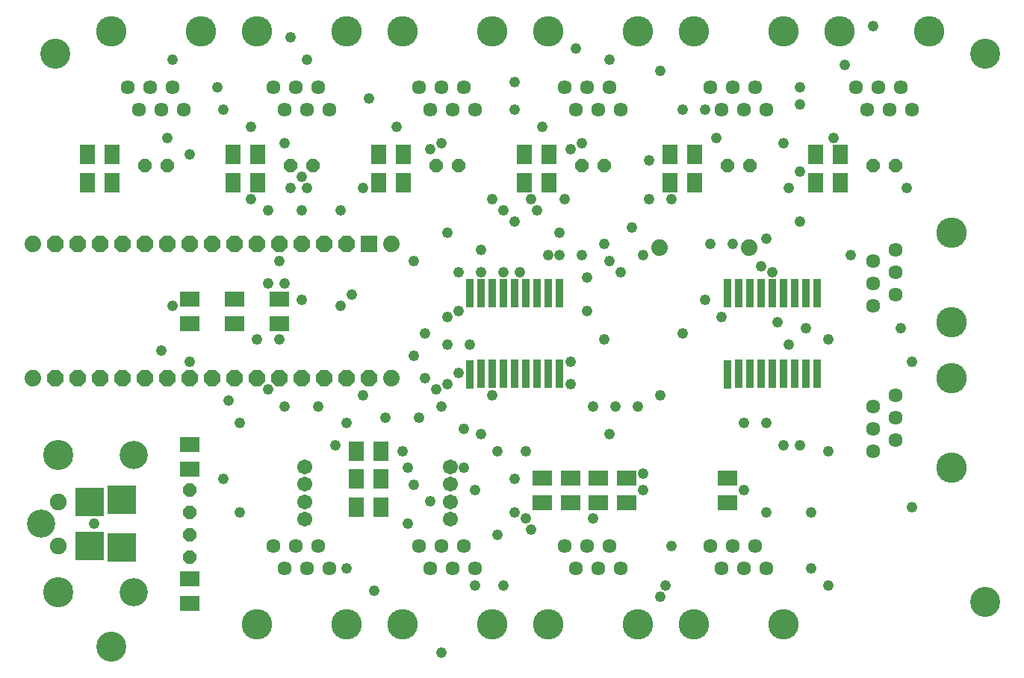
<source format=gbs>
G75*
G70*
%OFA0B0*%
%FSLAX24Y24*%
%IPPOS*%
%LPD*%
%AMOC8*
5,1,8,0,0,1.08239X$1,22.5*
%
%ADD10C,0.1340*%
%ADD11C,0.0740*%
%ADD12R,0.0740X0.0740*%
%ADD13OC8,0.0740*%
%ADD14C,0.0634*%
%ADD15C,0.1360*%
%ADD16R,0.0710X0.0867*%
%ADD17OC8,0.0600*%
%ADD18R,0.0340X0.1280*%
%ADD19R,0.0867X0.0710*%
%ADD20C,0.0674*%
%ADD21C,0.1261*%
%ADD22C,0.1346*%
%ADD23R,0.1261X0.1261*%
%ADD24C,0.0749*%
%ADD25C,0.0480*%
D10*
X005062Y002212D03*
X002562Y028712D03*
X044062Y028712D03*
X044062Y004212D03*
D11*
X033550Y020064D03*
X029550Y020064D03*
X017562Y020212D03*
X017562Y014212D03*
X001562Y014212D03*
X001562Y020212D03*
D12*
X016562Y020212D03*
D13*
X015562Y020212D03*
X014562Y020212D03*
X013562Y020212D03*
X012562Y020212D03*
X011562Y020212D03*
X010562Y020212D03*
X009562Y020212D03*
X008562Y020212D03*
X007562Y020212D03*
X006562Y020212D03*
X005562Y020212D03*
X004562Y020212D03*
X003562Y020212D03*
X002562Y020212D03*
X002562Y014212D03*
X003562Y014212D03*
X004562Y014212D03*
X005562Y014212D03*
X006562Y014212D03*
X007562Y014212D03*
X008562Y014212D03*
X009562Y014212D03*
X010562Y014212D03*
X011562Y014212D03*
X012562Y014212D03*
X013562Y014212D03*
X014562Y014212D03*
X015562Y014212D03*
X016562Y014212D03*
D14*
X014312Y006712D03*
X013312Y006712D03*
X012312Y006712D03*
X012812Y005712D03*
X013812Y005712D03*
X014812Y005712D03*
X018812Y006712D03*
X019812Y006712D03*
X020812Y006712D03*
X020312Y005712D03*
X019312Y005712D03*
X021312Y005712D03*
X025312Y006712D03*
X026312Y006712D03*
X027312Y006712D03*
X026812Y005712D03*
X025812Y005712D03*
X027812Y005712D03*
X031812Y006712D03*
X032812Y006712D03*
X033812Y006712D03*
X033312Y005712D03*
X032312Y005712D03*
X034312Y005712D03*
X039062Y010962D03*
X040062Y011462D03*
X039062Y011962D03*
X040062Y012462D03*
X039062Y012962D03*
X040062Y013462D03*
X039062Y017462D03*
X040062Y017962D03*
X039062Y018462D03*
X040062Y018962D03*
X039062Y019462D03*
X040062Y019962D03*
X039812Y026212D03*
X038812Y026212D03*
X038312Y027212D03*
X039312Y027212D03*
X040312Y027212D03*
X040812Y026212D03*
X034312Y026212D03*
X033312Y026212D03*
X032312Y026212D03*
X031812Y027212D03*
X032812Y027212D03*
X033812Y027212D03*
X027812Y026212D03*
X026812Y026212D03*
X025812Y026212D03*
X025312Y027212D03*
X026312Y027212D03*
X027312Y027212D03*
X021312Y026212D03*
X020312Y026212D03*
X019312Y026212D03*
X018812Y027212D03*
X019812Y027212D03*
X020812Y027212D03*
X014812Y026212D03*
X013812Y026212D03*
X012812Y026212D03*
X012312Y027212D03*
X013312Y027212D03*
X014312Y027212D03*
X008312Y026212D03*
X007312Y026212D03*
X006312Y026212D03*
X005812Y027212D03*
X006812Y027212D03*
X007812Y027212D03*
D15*
X009062Y029712D03*
X011562Y029712D03*
X015562Y029712D03*
X018062Y029712D03*
X022062Y029712D03*
X024562Y029712D03*
X028562Y029712D03*
X031062Y029712D03*
X035062Y029712D03*
X037562Y029712D03*
X041562Y029712D03*
X042562Y020712D03*
X042562Y016712D03*
X042562Y014212D03*
X042562Y010212D03*
X035062Y003212D03*
X031062Y003212D03*
X028562Y003212D03*
X024562Y003212D03*
X022062Y003212D03*
X018062Y003212D03*
X015562Y003212D03*
X011562Y003212D03*
X005062Y029712D03*
D16*
X005113Y024212D03*
X004011Y024212D03*
X004011Y022962D03*
X005113Y022962D03*
X010511Y022962D03*
X011613Y022962D03*
X011613Y024212D03*
X010511Y024212D03*
X017011Y024212D03*
X018113Y024212D03*
X018113Y022962D03*
X017011Y022962D03*
X023511Y022962D03*
X024613Y022962D03*
X024613Y024212D03*
X023511Y024212D03*
X030011Y024212D03*
X031113Y024212D03*
X031113Y022962D03*
X030011Y022962D03*
X036511Y022962D03*
X037613Y022962D03*
X037613Y024212D03*
X036511Y024212D03*
X017113Y010962D03*
X016011Y010962D03*
X016011Y009712D03*
X017113Y009712D03*
X017113Y008462D03*
X016011Y008462D03*
D17*
X008562Y008212D03*
X008562Y009212D03*
X008562Y007212D03*
X008562Y006212D03*
X007562Y023712D03*
X006562Y023712D03*
X013062Y023712D03*
X014062Y023712D03*
X019562Y023712D03*
X020562Y023712D03*
X026062Y023712D03*
X027062Y023712D03*
X032562Y023712D03*
X033562Y023712D03*
X039062Y023712D03*
X040062Y023712D03*
D18*
X036562Y018017D03*
X036062Y018017D03*
X035562Y018017D03*
X035062Y018017D03*
X034562Y018017D03*
X034062Y018017D03*
X033562Y018017D03*
X033062Y018017D03*
X032562Y018017D03*
X032562Y014392D03*
X033062Y014407D03*
X033562Y014407D03*
X034062Y014407D03*
X034562Y014407D03*
X035062Y014407D03*
X035562Y014407D03*
X036062Y014407D03*
X036562Y014407D03*
X025062Y014407D03*
X024562Y014407D03*
X024062Y014407D03*
X023562Y014407D03*
X023062Y014407D03*
X022562Y014407D03*
X022062Y014407D03*
X021562Y014407D03*
X021062Y014392D03*
X021062Y018017D03*
X021562Y018017D03*
X022062Y018017D03*
X022562Y018017D03*
X023062Y018017D03*
X023562Y018017D03*
X024062Y018017D03*
X024562Y018017D03*
X025062Y018017D03*
D19*
X025562Y009763D03*
X024312Y009763D03*
X024312Y008660D03*
X025562Y008660D03*
X026812Y008660D03*
X026812Y009763D03*
X028062Y009763D03*
X028062Y008660D03*
X032562Y008660D03*
X032562Y009763D03*
X012562Y016660D03*
X012562Y017763D03*
X010562Y017763D03*
X010562Y016660D03*
X008562Y016660D03*
X008562Y017763D03*
X008562Y011263D03*
X008562Y010160D03*
X008562Y005263D03*
X008562Y004160D03*
D20*
X013687Y007906D03*
X013687Y008693D03*
X013687Y009480D03*
X013687Y010268D03*
X020187Y010268D03*
X020187Y009480D03*
X020187Y008693D03*
X020187Y007906D03*
D21*
X006062Y010783D03*
X001928Y007712D03*
X006062Y004641D03*
D22*
X002716Y004641D03*
X002716Y010783D03*
D23*
X004094Y008696D03*
X005531Y008775D03*
X005531Y006649D03*
X004094Y006727D03*
D24*
X002716Y006727D03*
X002716Y008696D03*
D25*
X004312Y007712D03*
X010062Y009712D03*
X010812Y008212D03*
X015062Y011212D03*
X015562Y012212D03*
X014312Y012962D03*
X012812Y012962D03*
X012062Y013712D03*
X010312Y013212D03*
X010812Y012212D03*
X008562Y014962D03*
X007312Y015462D03*
X007812Y017462D03*
X011562Y015962D03*
X012562Y015962D03*
X013562Y017712D03*
X012812Y018462D03*
X012062Y018462D03*
X012562Y019462D03*
X012062Y021712D03*
X011312Y022212D03*
X013062Y022712D03*
X013562Y023212D03*
X013812Y022712D03*
X013562Y021712D03*
X015312Y021712D03*
X016312Y022712D03*
X019312Y024462D03*
X019812Y024712D03*
X017812Y025462D03*
X016562Y026712D03*
X013812Y028462D03*
X013062Y029462D03*
X009812Y027212D03*
X010062Y026212D03*
X011312Y025462D03*
X012812Y024712D03*
X008562Y024212D03*
X007562Y024962D03*
X007812Y028462D03*
X020062Y020712D03*
X018562Y019462D03*
X020562Y018962D03*
X021562Y018962D03*
X022562Y018962D03*
X023312Y018962D03*
X024562Y019712D03*
X025062Y019712D03*
X026062Y019712D03*
X026312Y018712D03*
X027312Y019462D03*
X027812Y018962D03*
X028812Y019712D03*
X027062Y020212D03*
X028312Y020962D03*
X029062Y022212D03*
X030062Y022212D03*
X029062Y023962D03*
X030562Y026212D03*
X031562Y026212D03*
X032062Y024962D03*
X035062Y024712D03*
X035812Y023462D03*
X035312Y022712D03*
X035812Y021212D03*
X034312Y020462D03*
X032812Y020212D03*
X031812Y020212D03*
X034062Y019212D03*
X034562Y018962D03*
X032312Y016962D03*
X031562Y017712D03*
X030562Y016212D03*
X027062Y015962D03*
X026312Y017212D03*
X025562Y014962D03*
X025562Y013962D03*
X026562Y012962D03*
X027562Y012962D03*
X028562Y012962D03*
X029562Y013462D03*
X027312Y011712D03*
X028812Y009962D03*
X028812Y009212D03*
X026562Y007962D03*
X023812Y007462D03*
X023562Y007962D03*
X023062Y008212D03*
X022312Y007212D03*
X021312Y009212D03*
X020812Y010212D03*
X022312Y010962D03*
X021562Y011712D03*
X020812Y011962D03*
X019812Y012962D03*
X019562Y013712D03*
X020062Y013962D03*
X020562Y014462D03*
X019062Y014212D03*
X018562Y015212D03*
X019062Y016212D03*
X020062Y015712D03*
X021062Y015712D03*
X020062Y016962D03*
X020562Y017212D03*
X021562Y019962D03*
X023062Y021212D03*
X022562Y021712D03*
X022062Y022212D03*
X023812Y022212D03*
X024062Y021712D03*
X025312Y022212D03*
X025062Y020712D03*
X025562Y024462D03*
X026062Y024712D03*
X024312Y025462D03*
X023062Y026212D03*
X023062Y027462D03*
X025812Y028962D03*
X027312Y028462D03*
X029562Y027962D03*
X035812Y027212D03*
X035812Y026462D03*
X037312Y024962D03*
X040562Y022712D03*
X038062Y019712D03*
X036062Y016462D03*
X037062Y015962D03*
X035312Y015712D03*
X034812Y016712D03*
X040312Y016462D03*
X040812Y014962D03*
X035812Y011212D03*
X035062Y011212D03*
X034312Y012212D03*
X033312Y012212D03*
X037062Y010962D03*
X033312Y009212D03*
X034312Y008212D03*
X036312Y008212D03*
X036312Y005712D03*
X037062Y004962D03*
X040812Y008462D03*
X030062Y006712D03*
X029812Y004962D03*
X029562Y004462D03*
X022562Y004962D03*
X021312Y004962D03*
X018312Y007712D03*
X019312Y008712D03*
X018562Y009462D03*
X018312Y010212D03*
X018062Y010962D03*
X017312Y012462D03*
X016312Y013462D03*
X018812Y012462D03*
X022062Y013462D03*
X023562Y010962D03*
X023062Y009712D03*
X016812Y004712D03*
X015562Y005712D03*
X019812Y001962D03*
X015312Y017462D03*
X015812Y017962D03*
X037812Y028212D03*
X039062Y029962D03*
M02*

</source>
